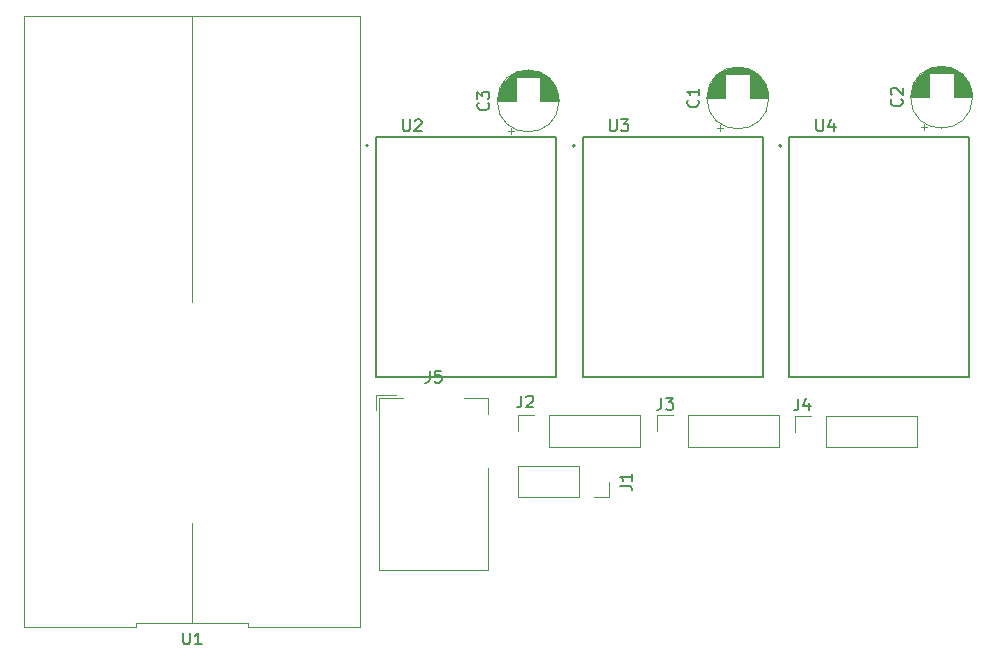
<source format=gbr>
%TF.GenerationSoftware,KiCad,Pcbnew,8.0.3*%
%TF.CreationDate,2024-08-08T00:21:51-04:00*%
%TF.ProjectId,sheepycam,73686565-7079-4636-916d-2e6b69636164,rev?*%
%TF.SameCoordinates,Original*%
%TF.FileFunction,Legend,Top*%
%TF.FilePolarity,Positive*%
%FSLAX46Y46*%
G04 Gerber Fmt 4.6, Leading zero omitted, Abs format (unit mm)*
G04 Created by KiCad (PCBNEW 8.0.3) date 2024-08-08 00:21:51*
%MOMM*%
%LPD*%
G01*
G04 APERTURE LIST*
%ADD10C,0.150000*%
%ADD11C,0.127000*%
%ADD12C,0.200000*%
%ADD13C,0.120000*%
%ADD14C,0.100000*%
G04 APERTURE END LIST*
D10*
X150163095Y-57569819D02*
X150163095Y-58379342D01*
X150163095Y-58379342D02*
X150210714Y-58474580D01*
X150210714Y-58474580D02*
X150258333Y-58522200D01*
X150258333Y-58522200D02*
X150353571Y-58569819D01*
X150353571Y-58569819D02*
X150544047Y-58569819D01*
X150544047Y-58569819D02*
X150639285Y-58522200D01*
X150639285Y-58522200D02*
X150686904Y-58474580D01*
X150686904Y-58474580D02*
X150734523Y-58379342D01*
X150734523Y-58379342D02*
X150734523Y-57569819D01*
X151163095Y-57665057D02*
X151210714Y-57617438D01*
X151210714Y-57617438D02*
X151305952Y-57569819D01*
X151305952Y-57569819D02*
X151544047Y-57569819D01*
X151544047Y-57569819D02*
X151639285Y-57617438D01*
X151639285Y-57617438D02*
X151686904Y-57665057D01*
X151686904Y-57665057D02*
X151734523Y-57760295D01*
X151734523Y-57760295D02*
X151734523Y-57855533D01*
X151734523Y-57855533D02*
X151686904Y-57998390D01*
X151686904Y-57998390D02*
X151115476Y-58569819D01*
X151115476Y-58569819D02*
X151734523Y-58569819D01*
X185153095Y-57569819D02*
X185153095Y-58379342D01*
X185153095Y-58379342D02*
X185200714Y-58474580D01*
X185200714Y-58474580D02*
X185248333Y-58522200D01*
X185248333Y-58522200D02*
X185343571Y-58569819D01*
X185343571Y-58569819D02*
X185534047Y-58569819D01*
X185534047Y-58569819D02*
X185629285Y-58522200D01*
X185629285Y-58522200D02*
X185676904Y-58474580D01*
X185676904Y-58474580D02*
X185724523Y-58379342D01*
X185724523Y-58379342D02*
X185724523Y-57569819D01*
X186629285Y-57903152D02*
X186629285Y-58569819D01*
X186391190Y-57522200D02*
X186153095Y-58236485D01*
X186153095Y-58236485D02*
X186772142Y-58236485D01*
X172031441Y-81144819D02*
X172031441Y-81859104D01*
X172031441Y-81859104D02*
X171983822Y-82001961D01*
X171983822Y-82001961D02*
X171888584Y-82097200D01*
X171888584Y-82097200D02*
X171745727Y-82144819D01*
X171745727Y-82144819D02*
X171650489Y-82144819D01*
X172412394Y-81144819D02*
X173031441Y-81144819D01*
X173031441Y-81144819D02*
X172698108Y-81525771D01*
X172698108Y-81525771D02*
X172840965Y-81525771D01*
X172840965Y-81525771D02*
X172936203Y-81573390D01*
X172936203Y-81573390D02*
X172983822Y-81621009D01*
X172983822Y-81621009D02*
X173031441Y-81716247D01*
X173031441Y-81716247D02*
X173031441Y-81954342D01*
X173031441Y-81954342D02*
X172983822Y-82049580D01*
X172983822Y-82049580D02*
X172936203Y-82097200D01*
X172936203Y-82097200D02*
X172840965Y-82144819D01*
X172840965Y-82144819D02*
X172555251Y-82144819D01*
X172555251Y-82144819D02*
X172460013Y-82097200D01*
X172460013Y-82097200D02*
X172412394Y-82049580D01*
X175104355Y-55916666D02*
X175151975Y-55964285D01*
X175151975Y-55964285D02*
X175199594Y-56107142D01*
X175199594Y-56107142D02*
X175199594Y-56202380D01*
X175199594Y-56202380D02*
X175151975Y-56345237D01*
X175151975Y-56345237D02*
X175056736Y-56440475D01*
X175056736Y-56440475D02*
X174961498Y-56488094D01*
X174961498Y-56488094D02*
X174771022Y-56535713D01*
X174771022Y-56535713D02*
X174628165Y-56535713D01*
X174628165Y-56535713D02*
X174437689Y-56488094D01*
X174437689Y-56488094D02*
X174342451Y-56440475D01*
X174342451Y-56440475D02*
X174247213Y-56345237D01*
X174247213Y-56345237D02*
X174199594Y-56202380D01*
X174199594Y-56202380D02*
X174199594Y-56107142D01*
X174199594Y-56107142D02*
X174247213Y-55964285D01*
X174247213Y-55964285D02*
X174294832Y-55916666D01*
X175199594Y-54964285D02*
X175199594Y-55535713D01*
X175199594Y-55249999D02*
X174199594Y-55249999D01*
X174199594Y-55249999D02*
X174342451Y-55345237D01*
X174342451Y-55345237D02*
X174437689Y-55440475D01*
X174437689Y-55440475D02*
X174485308Y-55535713D01*
X192354355Y-55856666D02*
X192401975Y-55904285D01*
X192401975Y-55904285D02*
X192449594Y-56047142D01*
X192449594Y-56047142D02*
X192449594Y-56142380D01*
X192449594Y-56142380D02*
X192401975Y-56285237D01*
X192401975Y-56285237D02*
X192306736Y-56380475D01*
X192306736Y-56380475D02*
X192211498Y-56428094D01*
X192211498Y-56428094D02*
X192021022Y-56475713D01*
X192021022Y-56475713D02*
X191878165Y-56475713D01*
X191878165Y-56475713D02*
X191687689Y-56428094D01*
X191687689Y-56428094D02*
X191592451Y-56380475D01*
X191592451Y-56380475D02*
X191497213Y-56285237D01*
X191497213Y-56285237D02*
X191449594Y-56142380D01*
X191449594Y-56142380D02*
X191449594Y-56047142D01*
X191449594Y-56047142D02*
X191497213Y-55904285D01*
X191497213Y-55904285D02*
X191544832Y-55856666D01*
X191544832Y-55475713D02*
X191497213Y-55428094D01*
X191497213Y-55428094D02*
X191449594Y-55332856D01*
X191449594Y-55332856D02*
X191449594Y-55094761D01*
X191449594Y-55094761D02*
X191497213Y-54999523D01*
X191497213Y-54999523D02*
X191544832Y-54951904D01*
X191544832Y-54951904D02*
X191640070Y-54904285D01*
X191640070Y-54904285D02*
X191735308Y-54904285D01*
X191735308Y-54904285D02*
X191878165Y-54951904D01*
X191878165Y-54951904D02*
X192449594Y-55523332D01*
X192449594Y-55523332D02*
X192449594Y-54904285D01*
X157354355Y-56166666D02*
X157401975Y-56214285D01*
X157401975Y-56214285D02*
X157449594Y-56357142D01*
X157449594Y-56357142D02*
X157449594Y-56452380D01*
X157449594Y-56452380D02*
X157401975Y-56595237D01*
X157401975Y-56595237D02*
X157306736Y-56690475D01*
X157306736Y-56690475D02*
X157211498Y-56738094D01*
X157211498Y-56738094D02*
X157021022Y-56785713D01*
X157021022Y-56785713D02*
X156878165Y-56785713D01*
X156878165Y-56785713D02*
X156687689Y-56738094D01*
X156687689Y-56738094D02*
X156592451Y-56690475D01*
X156592451Y-56690475D02*
X156497213Y-56595237D01*
X156497213Y-56595237D02*
X156449594Y-56452380D01*
X156449594Y-56452380D02*
X156449594Y-56357142D01*
X156449594Y-56357142D02*
X156497213Y-56214285D01*
X156497213Y-56214285D02*
X156544832Y-56166666D01*
X156449594Y-55833332D02*
X156449594Y-55214285D01*
X156449594Y-55214285D02*
X156830546Y-55547618D01*
X156830546Y-55547618D02*
X156830546Y-55404761D01*
X156830546Y-55404761D02*
X156878165Y-55309523D01*
X156878165Y-55309523D02*
X156925784Y-55261904D01*
X156925784Y-55261904D02*
X157021022Y-55214285D01*
X157021022Y-55214285D02*
X157259117Y-55214285D01*
X157259117Y-55214285D02*
X157354355Y-55261904D01*
X157354355Y-55261904D02*
X157401975Y-55309523D01*
X157401975Y-55309523D02*
X157449594Y-55404761D01*
X157449594Y-55404761D02*
X157449594Y-55690475D01*
X157449594Y-55690475D02*
X157401975Y-55785713D01*
X157401975Y-55785713D02*
X157354355Y-55833332D01*
X167658095Y-57569819D02*
X167658095Y-58379342D01*
X167658095Y-58379342D02*
X167705714Y-58474580D01*
X167705714Y-58474580D02*
X167753333Y-58522200D01*
X167753333Y-58522200D02*
X167848571Y-58569819D01*
X167848571Y-58569819D02*
X168039047Y-58569819D01*
X168039047Y-58569819D02*
X168134285Y-58522200D01*
X168134285Y-58522200D02*
X168181904Y-58474580D01*
X168181904Y-58474580D02*
X168229523Y-58379342D01*
X168229523Y-58379342D02*
X168229523Y-57569819D01*
X168610476Y-57569819D02*
X169229523Y-57569819D01*
X169229523Y-57569819D02*
X168896190Y-57950771D01*
X168896190Y-57950771D02*
X169039047Y-57950771D01*
X169039047Y-57950771D02*
X169134285Y-57998390D01*
X169134285Y-57998390D02*
X169181904Y-58046009D01*
X169181904Y-58046009D02*
X169229523Y-58141247D01*
X169229523Y-58141247D02*
X169229523Y-58379342D01*
X169229523Y-58379342D02*
X169181904Y-58474580D01*
X169181904Y-58474580D02*
X169134285Y-58522200D01*
X169134285Y-58522200D02*
X169039047Y-58569819D01*
X169039047Y-58569819D02*
X168753333Y-58569819D01*
X168753333Y-58569819D02*
X168658095Y-58522200D01*
X168658095Y-58522200D02*
X168610476Y-58474580D01*
X183626666Y-81204819D02*
X183626666Y-81919104D01*
X183626666Y-81919104D02*
X183579047Y-82061961D01*
X183579047Y-82061961D02*
X183483809Y-82157200D01*
X183483809Y-82157200D02*
X183340952Y-82204819D01*
X183340952Y-82204819D02*
X183245714Y-82204819D01*
X184531428Y-81538152D02*
X184531428Y-82204819D01*
X184293333Y-81157200D02*
X184055238Y-81871485D01*
X184055238Y-81871485D02*
X184674285Y-81871485D01*
X131538095Y-101014819D02*
X131538095Y-101824342D01*
X131538095Y-101824342D02*
X131585714Y-101919580D01*
X131585714Y-101919580D02*
X131633333Y-101967200D01*
X131633333Y-101967200D02*
X131728571Y-102014819D01*
X131728571Y-102014819D02*
X131919047Y-102014819D01*
X131919047Y-102014819D02*
X132014285Y-101967200D01*
X132014285Y-101967200D02*
X132061904Y-101919580D01*
X132061904Y-101919580D02*
X132109523Y-101824342D01*
X132109523Y-101824342D02*
X132109523Y-101014819D01*
X133109523Y-102014819D02*
X132538095Y-102014819D01*
X132823809Y-102014819D02*
X132823809Y-101014819D01*
X132823809Y-101014819D02*
X132728571Y-101157676D01*
X132728571Y-101157676D02*
X132633333Y-101252914D01*
X132633333Y-101252914D02*
X132538095Y-101300533D01*
X160171891Y-80954819D02*
X160171891Y-81669104D01*
X160171891Y-81669104D02*
X160124272Y-81811961D01*
X160124272Y-81811961D02*
X160029034Y-81907200D01*
X160029034Y-81907200D02*
X159886177Y-81954819D01*
X159886177Y-81954819D02*
X159790939Y-81954819D01*
X160600463Y-81050057D02*
X160648082Y-81002438D01*
X160648082Y-81002438D02*
X160743320Y-80954819D01*
X160743320Y-80954819D02*
X160981415Y-80954819D01*
X160981415Y-80954819D02*
X161076653Y-81002438D01*
X161076653Y-81002438D02*
X161124272Y-81050057D01*
X161124272Y-81050057D02*
X161171891Y-81145295D01*
X161171891Y-81145295D02*
X161171891Y-81240533D01*
X161171891Y-81240533D02*
X161124272Y-81383390D01*
X161124272Y-81383390D02*
X160552844Y-81954819D01*
X160552844Y-81954819D02*
X161171891Y-81954819D01*
X152411441Y-78844819D02*
X152411441Y-79559104D01*
X152411441Y-79559104D02*
X152363822Y-79701961D01*
X152363822Y-79701961D02*
X152268584Y-79797200D01*
X152268584Y-79797200D02*
X152125727Y-79844819D01*
X152125727Y-79844819D02*
X152030489Y-79844819D01*
X153363822Y-78844819D02*
X152887632Y-78844819D01*
X152887632Y-78844819D02*
X152840013Y-79321009D01*
X152840013Y-79321009D02*
X152887632Y-79273390D01*
X152887632Y-79273390D02*
X152982870Y-79225771D01*
X152982870Y-79225771D02*
X153220965Y-79225771D01*
X153220965Y-79225771D02*
X153316203Y-79273390D01*
X153316203Y-79273390D02*
X153363822Y-79321009D01*
X153363822Y-79321009D02*
X153411441Y-79416247D01*
X153411441Y-79416247D02*
X153411441Y-79654342D01*
X153411441Y-79654342D02*
X153363822Y-79749580D01*
X153363822Y-79749580D02*
X153316203Y-79797200D01*
X153316203Y-79797200D02*
X153220965Y-79844819D01*
X153220965Y-79844819D02*
X152982870Y-79844819D01*
X152982870Y-79844819D02*
X152887632Y-79797200D01*
X152887632Y-79797200D02*
X152840013Y-79749580D01*
X168514819Y-88583333D02*
X169229104Y-88583333D01*
X169229104Y-88583333D02*
X169371961Y-88630952D01*
X169371961Y-88630952D02*
X169467200Y-88726190D01*
X169467200Y-88726190D02*
X169514819Y-88869047D01*
X169514819Y-88869047D02*
X169514819Y-88964285D01*
X169514819Y-87583333D02*
X169514819Y-88154761D01*
X169514819Y-87869047D02*
X168514819Y-87869047D01*
X168514819Y-87869047D02*
X168657676Y-87964285D01*
X168657676Y-87964285D02*
X168752914Y-88059523D01*
X168752914Y-88059523D02*
X168800533Y-88154761D01*
D11*
%TO.C,U2*%
X147880000Y-59090000D02*
X163120000Y-59090000D01*
X147880000Y-79410000D02*
X147880000Y-59090000D01*
X163120000Y-59090000D02*
X163120000Y-79410000D01*
X163120000Y-79410000D02*
X147880000Y-79410000D01*
D12*
X147200000Y-59800000D02*
G75*
G02*
X147000000Y-59800000I-100000J0D01*
G01*
X147000000Y-59800000D02*
G75*
G02*
X147200000Y-59800000I100000J0D01*
G01*
D11*
%TO.C,U4*%
X182870000Y-59090000D02*
X198110000Y-59090000D01*
X182870000Y-79410000D02*
X182870000Y-59090000D01*
X198110000Y-59090000D02*
X198110000Y-79410000D01*
X198110000Y-79410000D02*
X182870000Y-79410000D01*
D12*
X182190000Y-59800000D02*
G75*
G02*
X181990000Y-59800000I-100000J0D01*
G01*
X181990000Y-59800000D02*
G75*
G02*
X182190000Y-59800000I100000J0D01*
G01*
D13*
%TO.C,J3*%
X171664775Y-82610000D02*
X172994775Y-82610000D01*
X171664775Y-83940000D02*
X171664775Y-82610000D01*
X174264775Y-82610000D02*
X181944775Y-82610000D01*
X174264775Y-85270000D02*
X174264775Y-82610000D01*
X174264775Y-85270000D02*
X181944775Y-85270000D01*
X181944775Y-85270000D02*
X181944775Y-82610000D01*
%TO.C,C1*%
X175914775Y-55710000D02*
X177454775Y-55710000D01*
X175914775Y-55750000D02*
X177454775Y-55750000D01*
X175915775Y-55670000D02*
X177454775Y-55670000D01*
X175916775Y-55630000D02*
X177454775Y-55630000D01*
X175918775Y-55590000D02*
X177454775Y-55590000D01*
X175921775Y-55550000D02*
X177454775Y-55550000D01*
X175925775Y-55510000D02*
X177454775Y-55510000D01*
X175929775Y-55470000D02*
X177454775Y-55470000D01*
X175933775Y-55430000D02*
X177454775Y-55430000D01*
X175938775Y-55390000D02*
X177454775Y-55390000D01*
X175944775Y-55350000D02*
X177454775Y-55350000D01*
X175951775Y-55310000D02*
X177454775Y-55310000D01*
X175958775Y-55270000D02*
X177454775Y-55270000D01*
X175966775Y-55230000D02*
X177454775Y-55230000D01*
X175974775Y-55190000D02*
X177454775Y-55190000D01*
X175983775Y-55150000D02*
X177454775Y-55150000D01*
X175993775Y-55110000D02*
X177454775Y-55110000D01*
X176003775Y-55070000D02*
X177454775Y-55070000D01*
X176014775Y-55029000D02*
X177454775Y-55029000D01*
X176026775Y-54989000D02*
X177454775Y-54989000D01*
X176039775Y-54949000D02*
X177454775Y-54949000D01*
X176052775Y-54909000D02*
X177454775Y-54909000D01*
X176066775Y-54869000D02*
X177454775Y-54869000D01*
X176080775Y-54829000D02*
X177454775Y-54829000D01*
X176096775Y-54789000D02*
X177454775Y-54789000D01*
X176112775Y-54749000D02*
X177454775Y-54749000D01*
X176129775Y-54709000D02*
X177454775Y-54709000D01*
X176146775Y-54669000D02*
X177454775Y-54669000D01*
X176165775Y-54629000D02*
X177454775Y-54629000D01*
X176184775Y-54589000D02*
X177454775Y-54589000D01*
X176204775Y-54549000D02*
X177454775Y-54549000D01*
X176226775Y-54509000D02*
X177454775Y-54509000D01*
X176247775Y-54469000D02*
X177454775Y-54469000D01*
X176270775Y-54429000D02*
X177454775Y-54429000D01*
X176294775Y-54389000D02*
X177454775Y-54389000D01*
X176319775Y-54349000D02*
X177454775Y-54349000D01*
X176345775Y-54309000D02*
X177454775Y-54309000D01*
X176372775Y-54269000D02*
X177454775Y-54269000D01*
X176399775Y-54229000D02*
X177454775Y-54229000D01*
X176429775Y-54189000D02*
X177454775Y-54189000D01*
X176459775Y-54149000D02*
X177454775Y-54149000D01*
X176490775Y-54109000D02*
X177454775Y-54109000D01*
X176523775Y-54069000D02*
X177454775Y-54069000D01*
X176557775Y-54029000D02*
X177454775Y-54029000D01*
X176593775Y-53989000D02*
X177454775Y-53989000D01*
X176630775Y-53949000D02*
X177454775Y-53949000D01*
X176668775Y-53909000D02*
X177454775Y-53909000D01*
X176709775Y-53869000D02*
X177454775Y-53869000D01*
X176751775Y-53829000D02*
X177454775Y-53829000D01*
X176769775Y-58304775D02*
X177269775Y-58304775D01*
X176795775Y-53789000D02*
X177454775Y-53789000D01*
X176841775Y-53749000D02*
X177454775Y-53749000D01*
X176889775Y-53709000D02*
X180099775Y-53709000D01*
X176940775Y-53669000D02*
X180048775Y-53669000D01*
X176994775Y-53629000D02*
X179994775Y-53629000D01*
X177019775Y-58554775D02*
X177019775Y-58054775D01*
X177051775Y-53589000D02*
X179937775Y-53589000D01*
X177111775Y-53549000D02*
X179877775Y-53549000D01*
X177175775Y-53509000D02*
X179813775Y-53509000D01*
X177243775Y-53469000D02*
X179745775Y-53469000D01*
X177316775Y-53429000D02*
X179672775Y-53429000D01*
X177396775Y-53389000D02*
X179592775Y-53389000D01*
X177483775Y-53349000D02*
X179505775Y-53349000D01*
X177579775Y-53309000D02*
X179409775Y-53309000D01*
X177689775Y-53269000D02*
X179299775Y-53269000D01*
X177817775Y-53229000D02*
X179171775Y-53229000D01*
X177976775Y-53189000D02*
X179012775Y-53189000D01*
X178210775Y-53149000D02*
X178778775Y-53149000D01*
X179534775Y-53749000D02*
X180147775Y-53749000D01*
X179534775Y-53789000D02*
X180193775Y-53789000D01*
X179534775Y-53829000D02*
X180237775Y-53829000D01*
X179534775Y-53869000D02*
X180279775Y-53869000D01*
X179534775Y-53909000D02*
X180320775Y-53909000D01*
X179534775Y-53949000D02*
X180358775Y-53949000D01*
X179534775Y-53989000D02*
X180395775Y-53989000D01*
X179534775Y-54029000D02*
X180431775Y-54029000D01*
X179534775Y-54069000D02*
X180465775Y-54069000D01*
X179534775Y-54109000D02*
X180498775Y-54109000D01*
X179534775Y-54149000D02*
X180529775Y-54149000D01*
X179534775Y-54189000D02*
X180559775Y-54189000D01*
X179534775Y-54229000D02*
X180589775Y-54229000D01*
X179534775Y-54269000D02*
X180616775Y-54269000D01*
X179534775Y-54309000D02*
X180643775Y-54309000D01*
X179534775Y-54349000D02*
X180669775Y-54349000D01*
X179534775Y-54389000D02*
X180694775Y-54389000D01*
X179534775Y-54429000D02*
X180718775Y-54429000D01*
X179534775Y-54469000D02*
X180741775Y-54469000D01*
X179534775Y-54509000D02*
X180762775Y-54509000D01*
X179534775Y-54549000D02*
X180784775Y-54549000D01*
X179534775Y-54589000D02*
X180804775Y-54589000D01*
X179534775Y-54629000D02*
X180823775Y-54629000D01*
X179534775Y-54669000D02*
X180842775Y-54669000D01*
X179534775Y-54709000D02*
X180859775Y-54709000D01*
X179534775Y-54749000D02*
X180876775Y-54749000D01*
X179534775Y-54789000D02*
X180892775Y-54789000D01*
X179534775Y-54829000D02*
X180908775Y-54829000D01*
X179534775Y-54869000D02*
X180922775Y-54869000D01*
X179534775Y-54909000D02*
X180936775Y-54909000D01*
X179534775Y-54949000D02*
X180949775Y-54949000D01*
X179534775Y-54989000D02*
X180962775Y-54989000D01*
X179534775Y-55029000D02*
X180974775Y-55029000D01*
X179534775Y-55070000D02*
X180985775Y-55070000D01*
X179534775Y-55110000D02*
X180995775Y-55110000D01*
X179534775Y-55150000D02*
X181005775Y-55150000D01*
X179534775Y-55190000D02*
X181014775Y-55190000D01*
X179534775Y-55230000D02*
X181022775Y-55230000D01*
X179534775Y-55270000D02*
X181030775Y-55270000D01*
X179534775Y-55310000D02*
X181037775Y-55310000D01*
X179534775Y-55350000D02*
X181044775Y-55350000D01*
X179534775Y-55390000D02*
X181050775Y-55390000D01*
X179534775Y-55430000D02*
X181055775Y-55430000D01*
X179534775Y-55470000D02*
X181059775Y-55470000D01*
X179534775Y-55510000D02*
X181063775Y-55510000D01*
X179534775Y-55550000D02*
X181067775Y-55550000D01*
X179534775Y-55590000D02*
X181070775Y-55590000D01*
X179534775Y-55630000D02*
X181072775Y-55630000D01*
X179534775Y-55670000D02*
X181073775Y-55670000D01*
X179534775Y-55710000D02*
X181074775Y-55710000D01*
X179534775Y-55750000D02*
X181074775Y-55750000D01*
X181114775Y-55750000D02*
G75*
G02*
X175874775Y-55750000I-2620000J0D01*
G01*
X175874775Y-55750000D02*
G75*
G02*
X181114775Y-55750000I2620000J0D01*
G01*
%TO.C,C2*%
X198364775Y-55690000D02*
G75*
G02*
X193124775Y-55690000I-2620000J0D01*
G01*
X193124775Y-55690000D02*
G75*
G02*
X198364775Y-55690000I2620000J0D01*
G01*
X196784775Y-55690000D02*
X198324775Y-55690000D01*
X196784775Y-55650000D02*
X198324775Y-55650000D01*
X196784775Y-55610000D02*
X198323775Y-55610000D01*
X196784775Y-55570000D02*
X198322775Y-55570000D01*
X196784775Y-55530000D02*
X198320775Y-55530000D01*
X196784775Y-55490000D02*
X198317775Y-55490000D01*
X196784775Y-55450000D02*
X198313775Y-55450000D01*
X196784775Y-55410000D02*
X198309775Y-55410000D01*
X196784775Y-55370000D02*
X198305775Y-55370000D01*
X196784775Y-55330000D02*
X198300775Y-55330000D01*
X196784775Y-55290000D02*
X198294775Y-55290000D01*
X196784775Y-55250000D02*
X198287775Y-55250000D01*
X196784775Y-55210000D02*
X198280775Y-55210000D01*
X196784775Y-55170000D02*
X198272775Y-55170000D01*
X196784775Y-55130000D02*
X198264775Y-55130000D01*
X196784775Y-55090000D02*
X198255775Y-55090000D01*
X196784775Y-55050000D02*
X198245775Y-55050000D01*
X196784775Y-55010000D02*
X198235775Y-55010000D01*
X196784775Y-54969000D02*
X198224775Y-54969000D01*
X196784775Y-54929000D02*
X198212775Y-54929000D01*
X196784775Y-54889000D02*
X198199775Y-54889000D01*
X196784775Y-54849000D02*
X198186775Y-54849000D01*
X196784775Y-54809000D02*
X198172775Y-54809000D01*
X196784775Y-54769000D02*
X198158775Y-54769000D01*
X196784775Y-54729000D02*
X198142775Y-54729000D01*
X196784775Y-54689000D02*
X198126775Y-54689000D01*
X196784775Y-54649000D02*
X198109775Y-54649000D01*
X196784775Y-54609000D02*
X198092775Y-54609000D01*
X196784775Y-54569000D02*
X198073775Y-54569000D01*
X196784775Y-54529000D02*
X198054775Y-54529000D01*
X196784775Y-54489000D02*
X198034775Y-54489000D01*
X196784775Y-54449000D02*
X198012775Y-54449000D01*
X196784775Y-54409000D02*
X197991775Y-54409000D01*
X196784775Y-54369000D02*
X197968775Y-54369000D01*
X196784775Y-54329000D02*
X197944775Y-54329000D01*
X196784775Y-54289000D02*
X197919775Y-54289000D01*
X196784775Y-54249000D02*
X197893775Y-54249000D01*
X196784775Y-54209000D02*
X197866775Y-54209000D01*
X196784775Y-54169000D02*
X197839775Y-54169000D01*
X196784775Y-54129000D02*
X197809775Y-54129000D01*
X196784775Y-54089000D02*
X197779775Y-54089000D01*
X196784775Y-54049000D02*
X197748775Y-54049000D01*
X196784775Y-54009000D02*
X197715775Y-54009000D01*
X196784775Y-53969000D02*
X197681775Y-53969000D01*
X196784775Y-53929000D02*
X197645775Y-53929000D01*
X196784775Y-53889000D02*
X197608775Y-53889000D01*
X196784775Y-53849000D02*
X197570775Y-53849000D01*
X196784775Y-53809000D02*
X197529775Y-53809000D01*
X196784775Y-53769000D02*
X197487775Y-53769000D01*
X196784775Y-53729000D02*
X197443775Y-53729000D01*
X196784775Y-53689000D02*
X197397775Y-53689000D01*
X195460775Y-53089000D02*
X196028775Y-53089000D01*
X195226775Y-53129000D02*
X196262775Y-53129000D01*
X195067775Y-53169000D02*
X196421775Y-53169000D01*
X194939775Y-53209000D02*
X196549775Y-53209000D01*
X194829775Y-53249000D02*
X196659775Y-53249000D01*
X194733775Y-53289000D02*
X196755775Y-53289000D01*
X194646775Y-53329000D02*
X196842775Y-53329000D01*
X194566775Y-53369000D02*
X196922775Y-53369000D01*
X194493775Y-53409000D02*
X196995775Y-53409000D01*
X194425775Y-53449000D02*
X197063775Y-53449000D01*
X194361775Y-53489000D02*
X197127775Y-53489000D01*
X194301775Y-53529000D02*
X197187775Y-53529000D01*
X194269775Y-58494775D02*
X194269775Y-57994775D01*
X194244775Y-53569000D02*
X197244775Y-53569000D01*
X194190775Y-53609000D02*
X197298775Y-53609000D01*
X194139775Y-53649000D02*
X197349775Y-53649000D01*
X194091775Y-53689000D02*
X194704775Y-53689000D01*
X194045775Y-53729000D02*
X194704775Y-53729000D01*
X194019775Y-58244775D02*
X194519775Y-58244775D01*
X194001775Y-53769000D02*
X194704775Y-53769000D01*
X193959775Y-53809000D02*
X194704775Y-53809000D01*
X193918775Y-53849000D02*
X194704775Y-53849000D01*
X193880775Y-53889000D02*
X194704775Y-53889000D01*
X193843775Y-53929000D02*
X194704775Y-53929000D01*
X193807775Y-53969000D02*
X194704775Y-53969000D01*
X193773775Y-54009000D02*
X194704775Y-54009000D01*
X193740775Y-54049000D02*
X194704775Y-54049000D01*
X193709775Y-54089000D02*
X194704775Y-54089000D01*
X193679775Y-54129000D02*
X194704775Y-54129000D01*
X193649775Y-54169000D02*
X194704775Y-54169000D01*
X193622775Y-54209000D02*
X194704775Y-54209000D01*
X193595775Y-54249000D02*
X194704775Y-54249000D01*
X193569775Y-54289000D02*
X194704775Y-54289000D01*
X193544775Y-54329000D02*
X194704775Y-54329000D01*
X193520775Y-54369000D02*
X194704775Y-54369000D01*
X193497775Y-54409000D02*
X194704775Y-54409000D01*
X193476775Y-54449000D02*
X194704775Y-54449000D01*
X193454775Y-54489000D02*
X194704775Y-54489000D01*
X193434775Y-54529000D02*
X194704775Y-54529000D01*
X193415775Y-54569000D02*
X194704775Y-54569000D01*
X193396775Y-54609000D02*
X194704775Y-54609000D01*
X193379775Y-54649000D02*
X194704775Y-54649000D01*
X193362775Y-54689000D02*
X194704775Y-54689000D01*
X193346775Y-54729000D02*
X194704775Y-54729000D01*
X193330775Y-54769000D02*
X194704775Y-54769000D01*
X193316775Y-54809000D02*
X194704775Y-54809000D01*
X193302775Y-54849000D02*
X194704775Y-54849000D01*
X193289775Y-54889000D02*
X194704775Y-54889000D01*
X193276775Y-54929000D02*
X194704775Y-54929000D01*
X193264775Y-54969000D02*
X194704775Y-54969000D01*
X193253775Y-55010000D02*
X194704775Y-55010000D01*
X193243775Y-55050000D02*
X194704775Y-55050000D01*
X193233775Y-55090000D02*
X194704775Y-55090000D01*
X193224775Y-55130000D02*
X194704775Y-55130000D01*
X193216775Y-55170000D02*
X194704775Y-55170000D01*
X193208775Y-55210000D02*
X194704775Y-55210000D01*
X193201775Y-55250000D02*
X194704775Y-55250000D01*
X193194775Y-55290000D02*
X194704775Y-55290000D01*
X193188775Y-55330000D02*
X194704775Y-55330000D01*
X193183775Y-55370000D02*
X194704775Y-55370000D01*
X193179775Y-55410000D02*
X194704775Y-55410000D01*
X193175775Y-55450000D02*
X194704775Y-55450000D01*
X193171775Y-55490000D02*
X194704775Y-55490000D01*
X193168775Y-55530000D02*
X194704775Y-55530000D01*
X193166775Y-55570000D02*
X194704775Y-55570000D01*
X193165775Y-55610000D02*
X194704775Y-55610000D01*
X193164775Y-55690000D02*
X194704775Y-55690000D01*
X193164775Y-55650000D02*
X194704775Y-55650000D01*
%TO.C,C3*%
X158164775Y-55960000D02*
X159704775Y-55960000D01*
X158164775Y-56000000D02*
X159704775Y-56000000D01*
X158165775Y-55920000D02*
X159704775Y-55920000D01*
X158166775Y-55880000D02*
X159704775Y-55880000D01*
X158168775Y-55840000D02*
X159704775Y-55840000D01*
X158171775Y-55800000D02*
X159704775Y-55800000D01*
X158175775Y-55760000D02*
X159704775Y-55760000D01*
X158179775Y-55720000D02*
X159704775Y-55720000D01*
X158183775Y-55680000D02*
X159704775Y-55680000D01*
X158188775Y-55640000D02*
X159704775Y-55640000D01*
X158194775Y-55600000D02*
X159704775Y-55600000D01*
X158201775Y-55560000D02*
X159704775Y-55560000D01*
X158208775Y-55520000D02*
X159704775Y-55520000D01*
X158216775Y-55480000D02*
X159704775Y-55480000D01*
X158224775Y-55440000D02*
X159704775Y-55440000D01*
X158233775Y-55400000D02*
X159704775Y-55400000D01*
X158243775Y-55360000D02*
X159704775Y-55360000D01*
X158253775Y-55320000D02*
X159704775Y-55320000D01*
X158264775Y-55279000D02*
X159704775Y-55279000D01*
X158276775Y-55239000D02*
X159704775Y-55239000D01*
X158289775Y-55199000D02*
X159704775Y-55199000D01*
X158302775Y-55159000D02*
X159704775Y-55159000D01*
X158316775Y-55119000D02*
X159704775Y-55119000D01*
X158330775Y-55079000D02*
X159704775Y-55079000D01*
X158346775Y-55039000D02*
X159704775Y-55039000D01*
X158362775Y-54999000D02*
X159704775Y-54999000D01*
X158379775Y-54959000D02*
X159704775Y-54959000D01*
X158396775Y-54919000D02*
X159704775Y-54919000D01*
X158415775Y-54879000D02*
X159704775Y-54879000D01*
X158434775Y-54839000D02*
X159704775Y-54839000D01*
X158454775Y-54799000D02*
X159704775Y-54799000D01*
X158476775Y-54759000D02*
X159704775Y-54759000D01*
X158497775Y-54719000D02*
X159704775Y-54719000D01*
X158520775Y-54679000D02*
X159704775Y-54679000D01*
X158544775Y-54639000D02*
X159704775Y-54639000D01*
X158569775Y-54599000D02*
X159704775Y-54599000D01*
X158595775Y-54559000D02*
X159704775Y-54559000D01*
X158622775Y-54519000D02*
X159704775Y-54519000D01*
X158649775Y-54479000D02*
X159704775Y-54479000D01*
X158679775Y-54439000D02*
X159704775Y-54439000D01*
X158709775Y-54399000D02*
X159704775Y-54399000D01*
X158740775Y-54359000D02*
X159704775Y-54359000D01*
X158773775Y-54319000D02*
X159704775Y-54319000D01*
X158807775Y-54279000D02*
X159704775Y-54279000D01*
X158843775Y-54239000D02*
X159704775Y-54239000D01*
X158880775Y-54199000D02*
X159704775Y-54199000D01*
X158918775Y-54159000D02*
X159704775Y-54159000D01*
X158959775Y-54119000D02*
X159704775Y-54119000D01*
X159001775Y-54079000D02*
X159704775Y-54079000D01*
X159019775Y-58554775D02*
X159519775Y-58554775D01*
X159045775Y-54039000D02*
X159704775Y-54039000D01*
X159091775Y-53999000D02*
X159704775Y-53999000D01*
X159139775Y-53959000D02*
X162349775Y-53959000D01*
X159190775Y-53919000D02*
X162298775Y-53919000D01*
X159244775Y-53879000D02*
X162244775Y-53879000D01*
X159269775Y-58804775D02*
X159269775Y-58304775D01*
X159301775Y-53839000D02*
X162187775Y-53839000D01*
X159361775Y-53799000D02*
X162127775Y-53799000D01*
X159425775Y-53759000D02*
X162063775Y-53759000D01*
X159493775Y-53719000D02*
X161995775Y-53719000D01*
X159566775Y-53679000D02*
X161922775Y-53679000D01*
X159646775Y-53639000D02*
X161842775Y-53639000D01*
X159733775Y-53599000D02*
X161755775Y-53599000D01*
X159829775Y-53559000D02*
X161659775Y-53559000D01*
X159939775Y-53519000D02*
X161549775Y-53519000D01*
X160067775Y-53479000D02*
X161421775Y-53479000D01*
X160226775Y-53439000D02*
X161262775Y-53439000D01*
X160460775Y-53399000D02*
X161028775Y-53399000D01*
X161784775Y-53999000D02*
X162397775Y-53999000D01*
X161784775Y-54039000D02*
X162443775Y-54039000D01*
X161784775Y-54079000D02*
X162487775Y-54079000D01*
X161784775Y-54119000D02*
X162529775Y-54119000D01*
X161784775Y-54159000D02*
X162570775Y-54159000D01*
X161784775Y-54199000D02*
X162608775Y-54199000D01*
X161784775Y-54239000D02*
X162645775Y-54239000D01*
X161784775Y-54279000D02*
X162681775Y-54279000D01*
X161784775Y-54319000D02*
X162715775Y-54319000D01*
X161784775Y-54359000D02*
X162748775Y-54359000D01*
X161784775Y-54399000D02*
X162779775Y-54399000D01*
X161784775Y-54439000D02*
X162809775Y-54439000D01*
X161784775Y-54479000D02*
X162839775Y-54479000D01*
X161784775Y-54519000D02*
X162866775Y-54519000D01*
X161784775Y-54559000D02*
X162893775Y-54559000D01*
X161784775Y-54599000D02*
X162919775Y-54599000D01*
X161784775Y-54639000D02*
X162944775Y-54639000D01*
X161784775Y-54679000D02*
X162968775Y-54679000D01*
X161784775Y-54719000D02*
X162991775Y-54719000D01*
X161784775Y-54759000D02*
X163012775Y-54759000D01*
X161784775Y-54799000D02*
X163034775Y-54799000D01*
X161784775Y-54839000D02*
X163054775Y-54839000D01*
X161784775Y-54879000D02*
X163073775Y-54879000D01*
X161784775Y-54919000D02*
X163092775Y-54919000D01*
X161784775Y-54959000D02*
X163109775Y-54959000D01*
X161784775Y-54999000D02*
X163126775Y-54999000D01*
X161784775Y-55039000D02*
X163142775Y-55039000D01*
X161784775Y-55079000D02*
X163158775Y-55079000D01*
X161784775Y-55119000D02*
X163172775Y-55119000D01*
X161784775Y-55159000D02*
X163186775Y-55159000D01*
X161784775Y-55199000D02*
X163199775Y-55199000D01*
X161784775Y-55239000D02*
X163212775Y-55239000D01*
X161784775Y-55279000D02*
X163224775Y-55279000D01*
X161784775Y-55320000D02*
X163235775Y-55320000D01*
X161784775Y-55360000D02*
X163245775Y-55360000D01*
X161784775Y-55400000D02*
X163255775Y-55400000D01*
X161784775Y-55440000D02*
X163264775Y-55440000D01*
X161784775Y-55480000D02*
X163272775Y-55480000D01*
X161784775Y-55520000D02*
X163280775Y-55520000D01*
X161784775Y-55560000D02*
X163287775Y-55560000D01*
X161784775Y-55600000D02*
X163294775Y-55600000D01*
X161784775Y-55640000D02*
X163300775Y-55640000D01*
X161784775Y-55680000D02*
X163305775Y-55680000D01*
X161784775Y-55720000D02*
X163309775Y-55720000D01*
X161784775Y-55760000D02*
X163313775Y-55760000D01*
X161784775Y-55800000D02*
X163317775Y-55800000D01*
X161784775Y-55840000D02*
X163320775Y-55840000D01*
X161784775Y-55880000D02*
X163322775Y-55880000D01*
X161784775Y-55920000D02*
X163323775Y-55920000D01*
X161784775Y-55960000D02*
X163324775Y-55960000D01*
X161784775Y-56000000D02*
X163324775Y-56000000D01*
X163364775Y-56000000D02*
G75*
G02*
X158124775Y-56000000I-2620000J0D01*
G01*
X158124775Y-56000000D02*
G75*
G02*
X163364775Y-56000000I2620000J0D01*
G01*
D11*
%TO.C,U3*%
X165375000Y-59090000D02*
X180615000Y-59090000D01*
X165375000Y-79410000D02*
X165375000Y-59090000D01*
X180615000Y-59090000D02*
X180615000Y-79410000D01*
X180615000Y-79410000D02*
X165375000Y-79410000D01*
D12*
X164695000Y-59800000D02*
G75*
G02*
X164495000Y-59800000I-100000J0D01*
G01*
X164495000Y-59800000D02*
G75*
G02*
X164695000Y-59800000I100000J0D01*
G01*
D13*
%TO.C,J4*%
X183380000Y-82670000D02*
X184710000Y-82670000D01*
X183380000Y-84000000D02*
X183380000Y-82670000D01*
X185980000Y-82670000D02*
X193660000Y-82670000D01*
X185980000Y-85330000D02*
X185980000Y-82670000D01*
X185980000Y-85330000D02*
X193660000Y-85330000D01*
X193660000Y-85330000D02*
X193660000Y-82670000D01*
%TO.C,U1*%
X118100000Y-48800000D02*
X118100000Y-100560000D01*
X118100000Y-100560000D02*
X127566667Y-100560000D01*
X127566667Y-100200000D02*
X137033333Y-100200000D01*
X127566667Y-100560000D02*
X127566667Y-100200000D01*
D14*
X132300000Y-54280000D02*
X132300000Y-48800000D01*
X132300000Y-73030000D02*
X132300000Y-54280000D01*
X132300000Y-91780000D02*
X132300000Y-100200000D01*
D13*
X137033333Y-100200000D02*
X137033333Y-100560000D01*
X137033333Y-100560000D02*
X146499999Y-100560000D01*
X146499999Y-48800000D02*
X118100000Y-48800000D01*
X146499999Y-100560000D02*
X146499999Y-48800000D01*
%TO.C,J2*%
X159920000Y-82610000D02*
X161250000Y-82610000D01*
X159920000Y-83940000D02*
X159920000Y-82610000D01*
X162520000Y-82610000D02*
X170200000Y-82610000D01*
X162520000Y-85270000D02*
X162520000Y-82610000D01*
X162520000Y-85270000D02*
X170200000Y-85270000D01*
X170200000Y-85270000D02*
X170200000Y-82610000D01*
%TO.C,J5*%
X147844775Y-80890000D02*
X147844775Y-82190000D01*
X148144775Y-81190000D02*
X150144775Y-81190000D01*
X148144775Y-95690000D02*
X148144775Y-81190000D01*
X149544775Y-80890000D02*
X147844775Y-80890000D01*
X155344775Y-81190000D02*
X157344775Y-81190000D01*
X157344775Y-81190000D02*
X157344775Y-82490000D01*
X157344775Y-87090000D02*
X157344775Y-95690000D01*
X157344775Y-95690000D02*
X148144775Y-95690000D01*
%TO.C,J1*%
X159880000Y-86920000D02*
X159880000Y-89580000D01*
X165020000Y-86920000D02*
X159880000Y-86920000D01*
X165020000Y-86920000D02*
X165020000Y-89580000D01*
X165020000Y-89580000D02*
X159880000Y-89580000D01*
X167620000Y-88250000D02*
X167620000Y-89580000D01*
X167620000Y-89580000D02*
X166290000Y-89580000D01*
%TD*%
M02*

</source>
